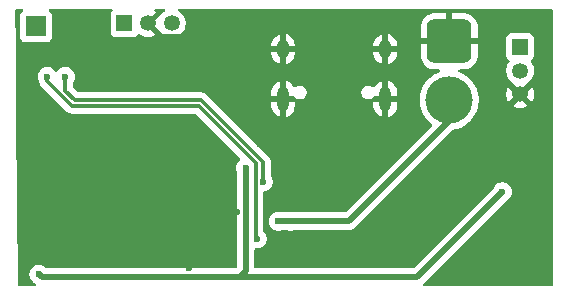
<source format=gbr>
%TF.GenerationSoftware,KiCad,Pcbnew,9.0.3*%
%TF.CreationDate,2025-07-29T11:21:32-06:00*%
%TF.ProjectId,Battle_Bot_Mind,42617474-6c65-45f4-926f-745f4d696e64,rev?*%
%TF.SameCoordinates,Original*%
%TF.FileFunction,Copper,L2,Bot*%
%TF.FilePolarity,Positive*%
%FSLAX46Y46*%
G04 Gerber Fmt 4.6, Leading zero omitted, Abs format (unit mm)*
G04 Created by KiCad (PCBNEW 9.0.3) date 2025-07-29 11:21:32*
%MOMM*%
%LPD*%
G01*
G04 APERTURE LIST*
G04 Aperture macros list*
%AMRoundRect*
0 Rectangle with rounded corners*
0 $1 Rounding radius*
0 $2 $3 $4 $5 $6 $7 $8 $9 X,Y pos of 4 corners*
0 Add a 4 corners polygon primitive as box body*
4,1,4,$2,$3,$4,$5,$6,$7,$8,$9,$2,$3,0*
0 Add four circle primitives for the rounded corners*
1,1,$1+$1,$2,$3*
1,1,$1+$1,$4,$5*
1,1,$1+$1,$6,$7*
1,1,$1+$1,$8,$9*
0 Add four rect primitives between the rounded corners*
20,1,$1+$1,$2,$3,$4,$5,0*
20,1,$1+$1,$4,$5,$6,$7,0*
20,1,$1+$1,$6,$7,$8,$9,0*
20,1,$1+$1,$8,$9,$2,$3,0*%
G04 Aperture macros list end*
%TA.AperFunction,ComponentPad*%
%ADD10RoundRect,0.760000X-1.140000X1.140000X-1.140000X-1.140000X1.140000X-1.140000X1.140000X1.140000X0*%
%TD*%
%TA.AperFunction,ComponentPad*%
%ADD11C,4.000000*%
%TD*%
%TA.AperFunction,HeatsinkPad*%
%ADD12C,0.600000*%
%TD*%
%TA.AperFunction,ComponentPad*%
%ADD13R,1.700000X1.700000*%
%TD*%
%TA.AperFunction,ComponentPad*%
%ADD14R,1.350000X1.350000*%
%TD*%
%TA.AperFunction,ComponentPad*%
%ADD15C,1.350000*%
%TD*%
%TA.AperFunction,HeatsinkPad*%
%ADD16O,1.000000X2.100000*%
%TD*%
%TA.AperFunction,HeatsinkPad*%
%ADD17O,1.000000X1.600000*%
%TD*%
%TA.AperFunction,ViaPad*%
%ADD18C,0.600000*%
%TD*%
%TA.AperFunction,Conductor*%
%ADD19C,0.500000*%
%TD*%
%TA.AperFunction,Conductor*%
%ADD20C,0.300000*%
%TD*%
G04 APERTURE END LIST*
D10*
%TO.P,J2,1,Pin_1*%
%TO.N,GND*%
X142750000Y-73750000D03*
D11*
%TO.P,J2,2,Pin_2*%
%TO.N,+BATT*%
X142750000Y-78750000D03*
%TD*%
D12*
%TO.P,U1,19,GND*%
%TO.N,GND*%
X112850000Y-84390000D03*
X113950000Y-84390000D03*
X112300000Y-83840000D03*
X113400000Y-83840000D03*
X114500000Y-83840000D03*
X112850000Y-83290000D03*
X113950000Y-83290000D03*
X112300000Y-82740000D03*
X113400000Y-82740000D03*
X114500000Y-82740000D03*
X112850000Y-82190000D03*
X113950000Y-82190000D03*
%TD*%
D13*
%TO.P,J4,1,Pin_1*%
%TO.N,/BOOT*%
X107750000Y-72500000D03*
%TD*%
D14*
%TO.P,DBG1,1,Pin_1*%
%TO.N,Net-(DBG1-Pin_1)*%
X115250000Y-72250000D03*
D15*
%TO.P,DBG1,2,Pin_2*%
%TO.N,GND*%
X117250000Y-72250000D03*
%TO.P,DBG1,3,Pin_3*%
%TO.N,Net-(DBG1-Pin_3)*%
X119250000Y-72250000D03*
%TD*%
D16*
%TO.P,J1,S1,SHIELD*%
%TO.N,GND*%
X137320000Y-78630000D03*
D17*
X137320000Y-74450000D03*
D16*
X128680000Y-78630000D03*
D17*
X128680000Y-74450000D03*
%TD*%
D14*
%TO.P,J3,1,Pin_1*%
%TO.N,/ESC_PWM*%
X148750000Y-74250000D03*
D15*
%TO.P,J3,2,Pin_2*%
%TO.N,+BATT*%
X148750000Y-76250000D03*
%TO.P,J3,3,Pin_3*%
%TO.N,GND*%
X148750000Y-78250000D03*
%TD*%
D18*
%TO.N,GND*%
X123500000Y-92000000D03*
X141000000Y-90250000D03*
X110500000Y-73500000D03*
X129750000Y-80750000D03*
X148750000Y-80250000D03*
X124750000Y-88250000D03*
X134750000Y-84500000D03*
X120750000Y-93000000D03*
X136250000Y-80750000D03*
X136000000Y-84500000D03*
X147250000Y-84250000D03*
X122250000Y-86250000D03*
X128250000Y-87500000D03*
X144750000Y-92000000D03*
X121250000Y-72750000D03*
X126750000Y-82500000D03*
X129250000Y-87500000D03*
%TO.N,+3V3*%
X147250000Y-86500000D03*
X125500000Y-84500000D03*
X108000000Y-93500000D03*
%TO.N,+BATT*%
X128250000Y-89000000D03*
X129250000Y-89000000D03*
%TO.N,/SENSE_A*%
X126500000Y-90500000D03*
X108700000Y-76750000D03*
%TO.N,/SENSE_B*%
X110250000Y-76750000D03*
X127000000Y-85650000D03*
%TD*%
D19*
%TO.N,GND*%
X120624000Y-73376000D02*
X121250000Y-72750000D01*
X117250000Y-72250000D02*
X118376000Y-73376000D01*
X118376000Y-73376000D02*
X120624000Y-73376000D01*
%TO.N,+3V3*%
X147250000Y-86500000D02*
X140000000Y-93750000D01*
X125000000Y-93750000D02*
X108250000Y-93750000D01*
X125501000Y-93249000D02*
X125000000Y-93750000D01*
X140000000Y-93750000D02*
X125000000Y-93750000D01*
X108250000Y-93750000D02*
X108000000Y-93500000D01*
X125500000Y-84500000D02*
X125500000Y-85500000D01*
X125500000Y-85500000D02*
X125501000Y-85501000D01*
X125501000Y-85501000D02*
X125501000Y-93249000D01*
%TO.N,+BATT*%
X140250000Y-83000000D02*
X134250000Y-89000000D01*
X140250000Y-83000000D02*
X142750000Y-80500000D01*
X142750000Y-80500000D02*
X142750000Y-78750000D01*
X140000000Y-83250000D02*
X140250000Y-83000000D01*
D20*
X142750000Y-80250000D02*
X142750000Y-78750000D01*
D19*
X134250000Y-89000000D02*
X128250000Y-89000000D01*
D20*
%TO.N,/SENSE_A*%
X126349000Y-90349000D02*
X126349000Y-84057520D01*
X108750000Y-76800000D02*
X108700000Y-76750000D01*
X126500000Y-90500000D02*
X126349000Y-90349000D01*
X126349000Y-84057520D02*
X121542480Y-79251000D01*
X121542480Y-79251000D02*
X110830346Y-79251000D01*
X108700000Y-77120654D02*
X108700000Y-76750000D01*
X110830346Y-79251000D02*
X108700000Y-77120654D01*
%TO.N,/SENSE_B*%
X127000000Y-84000000D02*
X127000000Y-85650000D01*
X110250000Y-77962134D02*
X111037866Y-78750000D01*
X121750000Y-78750000D02*
X127000000Y-84000000D01*
X111037866Y-78750000D02*
X121750000Y-78750000D01*
X110250000Y-76750000D02*
X110250000Y-77962134D01*
%TD*%
%TA.AperFunction,Conductor*%
%TO.N,GND*%
G36*
X106626936Y-71020185D02*
G01*
X106672691Y-71072989D01*
X106682635Y-71142147D01*
X106653610Y-71205703D01*
X106634208Y-71223766D01*
X106542455Y-71292452D01*
X106542452Y-71292455D01*
X106456206Y-71407664D01*
X106456202Y-71407671D01*
X106405908Y-71542517D01*
X106399501Y-71602116D01*
X106399501Y-71602123D01*
X106399500Y-71602135D01*
X106399500Y-73397870D01*
X106399501Y-73397876D01*
X106405908Y-73457483D01*
X106456202Y-73592328D01*
X106456206Y-73592335D01*
X106542452Y-73707544D01*
X106542455Y-73707547D01*
X106657664Y-73793793D01*
X106657671Y-73793797D01*
X106792517Y-73844091D01*
X106792516Y-73844091D01*
X106799444Y-73844835D01*
X106852127Y-73850500D01*
X108647872Y-73850499D01*
X108707483Y-73844091D01*
X108842331Y-73793796D01*
X108957546Y-73707546D01*
X109043796Y-73592331D01*
X109094091Y-73457483D01*
X109100500Y-73397873D01*
X109100499Y-71602128D01*
X109094091Y-71542517D01*
X109088351Y-71527128D01*
X109043797Y-71407671D01*
X109043793Y-71407664D01*
X108957547Y-71292455D01*
X108957544Y-71292452D01*
X108865792Y-71223766D01*
X108823921Y-71167832D01*
X108818937Y-71098141D01*
X108852423Y-71036818D01*
X108913746Y-71003334D01*
X108940103Y-71000500D01*
X114135046Y-71000500D01*
X114202085Y-71020185D01*
X114247840Y-71072989D01*
X114257784Y-71142147D01*
X114228759Y-71205703D01*
X114222727Y-71212181D01*
X114217452Y-71217455D01*
X114131206Y-71332664D01*
X114131202Y-71332671D01*
X114080908Y-71467517D01*
X114074501Y-71527116D01*
X114074500Y-71527135D01*
X114074500Y-72972870D01*
X114074501Y-72972876D01*
X114080908Y-73032483D01*
X114131202Y-73167328D01*
X114131206Y-73167335D01*
X114217452Y-73282544D01*
X114217455Y-73282547D01*
X114332664Y-73368793D01*
X114332671Y-73368797D01*
X114467517Y-73419091D01*
X114467516Y-73419091D01*
X114474444Y-73419835D01*
X114527127Y-73425500D01*
X115972872Y-73425499D01*
X116032483Y-73419091D01*
X116167331Y-73368796D01*
X116282546Y-73282546D01*
X116346541Y-73197059D01*
X116402473Y-73155190D01*
X116472165Y-73150206D01*
X116518691Y-73171054D01*
X116634161Y-73254947D01*
X116798956Y-73338915D01*
X116798959Y-73338916D01*
X116974852Y-73396066D01*
X117157527Y-73425000D01*
X117342473Y-73425000D01*
X117525147Y-73396066D01*
X117701040Y-73338916D01*
X117701043Y-73338915D01*
X117865836Y-73254947D01*
X117865845Y-73254942D01*
X117886430Y-73239984D01*
X117886430Y-73239983D01*
X117296447Y-72650000D01*
X117302661Y-72650000D01*
X117404394Y-72622741D01*
X117495606Y-72570080D01*
X117570080Y-72495606D01*
X117622741Y-72404394D01*
X117650000Y-72302661D01*
X117650000Y-72296447D01*
X118264238Y-72910686D01*
X118299162Y-72941165D01*
X118322202Y-72972876D01*
X118353379Y-73015787D01*
X118484213Y-73146621D01*
X118633904Y-73255378D01*
X118687224Y-73282546D01*
X118798764Y-73339379D01*
X118798767Y-73339380D01*
X118886750Y-73367967D01*
X118974736Y-73396555D01*
X119157486Y-73425500D01*
X119157487Y-73425500D01*
X119342513Y-73425500D01*
X119342514Y-73425500D01*
X119525264Y-73396555D01*
X119701235Y-73339379D01*
X119866096Y-73255378D01*
X120015787Y-73146621D01*
X120146621Y-73015787D01*
X120255378Y-72866096D01*
X120339379Y-72701235D01*
X120396555Y-72525264D01*
X120401253Y-72495606D01*
X120425500Y-72342513D01*
X120425500Y-72157486D01*
X120396555Y-71974736D01*
X120339379Y-71798765D01*
X120339379Y-71798764D01*
X120296577Y-71714763D01*
X120255378Y-71633904D01*
X120146621Y-71484213D01*
X120015787Y-71353379D01*
X119866096Y-71244622D01*
X119847181Y-71234984D01*
X119796386Y-71187011D01*
X119779591Y-71119190D01*
X119802128Y-71053055D01*
X119856843Y-71009603D01*
X119903477Y-71000500D01*
X151375500Y-71000500D01*
X151442539Y-71020185D01*
X151488294Y-71072989D01*
X151499500Y-71124500D01*
X151499500Y-94375500D01*
X151479815Y-94442539D01*
X151427011Y-94488294D01*
X151375500Y-94499500D01*
X140611230Y-94499500D01*
X140544191Y-94479815D01*
X140498436Y-94427011D01*
X140488492Y-94357853D01*
X140517517Y-94294297D01*
X140523549Y-94287819D01*
X141690554Y-93120814D01*
X147565295Y-87246070D01*
X147605519Y-87219193D01*
X147629179Y-87209394D01*
X147760289Y-87121789D01*
X147871789Y-87010289D01*
X147959394Y-86879179D01*
X148019737Y-86733497D01*
X148050500Y-86578842D01*
X148050500Y-86421158D01*
X148050500Y-86421155D01*
X148050499Y-86421153D01*
X148020788Y-86271789D01*
X148019737Y-86266503D01*
X147985855Y-86184704D01*
X147959397Y-86120827D01*
X147959390Y-86120814D01*
X147871789Y-85989711D01*
X147871786Y-85989707D01*
X147760292Y-85878213D01*
X147760288Y-85878210D01*
X147629185Y-85790609D01*
X147629172Y-85790602D01*
X147483501Y-85730264D01*
X147483489Y-85730261D01*
X147328845Y-85699500D01*
X147328842Y-85699500D01*
X147171158Y-85699500D01*
X147171155Y-85699500D01*
X147016510Y-85730261D01*
X147016498Y-85730264D01*
X146870827Y-85790602D01*
X146870814Y-85790609D01*
X146739711Y-85878210D01*
X146739707Y-85878213D01*
X146628213Y-85989707D01*
X146628207Y-85989715D01*
X146540607Y-86120818D01*
X146540605Y-86120822D01*
X146530805Y-86144480D01*
X146503927Y-86184704D01*
X139725451Y-92963181D01*
X139664128Y-92996666D01*
X139637770Y-92999500D01*
X126375500Y-92999500D01*
X126308461Y-92979815D01*
X126262706Y-92927011D01*
X126251500Y-92875500D01*
X126251500Y-91417847D01*
X126271185Y-91350808D01*
X126323989Y-91305053D01*
X126393147Y-91295109D01*
X126399675Y-91296226D01*
X126421158Y-91300500D01*
X126578844Y-91300500D01*
X126578845Y-91300499D01*
X126733497Y-91269737D01*
X126879179Y-91209394D01*
X127010289Y-91121789D01*
X127121789Y-91010289D01*
X127209394Y-90879179D01*
X127269737Y-90733497D01*
X127300500Y-90578842D01*
X127300500Y-90421158D01*
X127300500Y-90421155D01*
X127300499Y-90421153D01*
X127269738Y-90266510D01*
X127269737Y-90266503D01*
X127269735Y-90266498D01*
X127209397Y-90120827D01*
X127209390Y-90120814D01*
X127121789Y-89989711D01*
X127121786Y-89989707D01*
X127035819Y-89903740D01*
X127002334Y-89842417D01*
X126999500Y-89816059D01*
X126999500Y-88921153D01*
X127449500Y-88921153D01*
X127449500Y-89078846D01*
X127480261Y-89233489D01*
X127480264Y-89233501D01*
X127540602Y-89379172D01*
X127540609Y-89379185D01*
X127628210Y-89510288D01*
X127628213Y-89510292D01*
X127739707Y-89621786D01*
X127739711Y-89621789D01*
X127870814Y-89709390D01*
X127870827Y-89709397D01*
X127970060Y-89750500D01*
X128016503Y-89769737D01*
X128171153Y-89800499D01*
X128171156Y-89800500D01*
X128171158Y-89800500D01*
X128328844Y-89800500D01*
X128328845Y-89800499D01*
X128405152Y-89785320D01*
X128483488Y-89769739D01*
X128483489Y-89769738D01*
X128483497Y-89769737D01*
X128507155Y-89759937D01*
X128554604Y-89750500D01*
X128945396Y-89750500D01*
X128992844Y-89759937D01*
X129016503Y-89769737D01*
X129016508Y-89769738D01*
X129016511Y-89769739D01*
X129171153Y-89800499D01*
X129171156Y-89800500D01*
X129171158Y-89800500D01*
X129328844Y-89800500D01*
X129328845Y-89800499D01*
X129405152Y-89785320D01*
X129483488Y-89769739D01*
X129483489Y-89769738D01*
X129483497Y-89769737D01*
X129507155Y-89759937D01*
X129554604Y-89750500D01*
X134323920Y-89750500D01*
X134421462Y-89731096D01*
X134468913Y-89721658D01*
X134605495Y-89665084D01*
X134670291Y-89621789D01*
X134670294Y-89621786D01*
X134670296Y-89621786D01*
X134699547Y-89602240D01*
X134728416Y-89582952D01*
X140478413Y-83832953D01*
X140478416Y-83832952D01*
X140718206Y-83593159D01*
X140718210Y-83593157D01*
X140728414Y-83582952D01*
X140728416Y-83582952D01*
X143051830Y-81259536D01*
X143113151Y-81226053D01*
X143125609Y-81224001D01*
X143169509Y-81219055D01*
X143443318Y-81156560D01*
X143708408Y-81063801D01*
X143961445Y-80941945D01*
X144199248Y-80792523D01*
X144418825Y-80617416D01*
X144617416Y-80418825D01*
X144792523Y-80199248D01*
X144941945Y-79961445D01*
X145063801Y-79708408D01*
X145156560Y-79443318D01*
X145219055Y-79169509D01*
X145250500Y-78890425D01*
X145250500Y-78609575D01*
X145232900Y-78453366D01*
X145219057Y-78330505D01*
X145219054Y-78330487D01*
X145184763Y-78180246D01*
X145156559Y-78056678D01*
X145156556Y-78056670D01*
X145127926Y-77974852D01*
X145063801Y-77791592D01*
X144941945Y-77538555D01*
X144792523Y-77300752D01*
X144617416Y-77081175D01*
X144418825Y-76882584D01*
X144199248Y-76707477D01*
X143961445Y-76558055D01*
X143961442Y-76558053D01*
X143708411Y-76436200D01*
X143579355Y-76391041D01*
X143522579Y-76350319D01*
X143496832Y-76285367D01*
X143510288Y-76216805D01*
X143558676Y-76166402D01*
X143620310Y-76150000D01*
X143954706Y-76150000D01*
X143954719Y-76149999D01*
X144087906Y-76139517D01*
X144087912Y-76139516D01*
X144307829Y-76084101D01*
X144307832Y-76084100D01*
X144514330Y-75990304D01*
X144514336Y-75990301D01*
X144700758Y-75861148D01*
X144700770Y-75861138D01*
X144861138Y-75700770D01*
X144861148Y-75700758D01*
X144990301Y-75514336D01*
X144990304Y-75514330D01*
X145084100Y-75307832D01*
X145084101Y-75307829D01*
X145139516Y-75087912D01*
X145139517Y-75087906D01*
X145149999Y-74954719D01*
X145150000Y-74954706D01*
X145150000Y-74000000D01*
X144077231Y-74000000D01*
X144100000Y-73856247D01*
X144100000Y-73643753D01*
X144081529Y-73527135D01*
X147574500Y-73527135D01*
X147574500Y-74972870D01*
X147574501Y-74972876D01*
X147580908Y-75032483D01*
X147631202Y-75167328D01*
X147631206Y-75167335D01*
X147717452Y-75282544D01*
X147717453Y-75282544D01*
X147717454Y-75282546D01*
X147751228Y-75307829D01*
X147802539Y-75346241D01*
X147844409Y-75402175D01*
X147849393Y-75471867D01*
X147828545Y-75518392D01*
X147744624Y-75633900D01*
X147660620Y-75798764D01*
X147660619Y-75798767D01*
X147603445Y-75974734D01*
X147586123Y-76084100D01*
X147574500Y-76157486D01*
X147574500Y-76342514D01*
X147578984Y-76370827D01*
X147603445Y-76525265D01*
X147660619Y-76701232D01*
X147660620Y-76701235D01*
X147663801Y-76707477D01*
X147744622Y-76866096D01*
X147853379Y-77015787D01*
X147984213Y-77146621D01*
X147984216Y-77146623D01*
X148058831Y-77200834D01*
X148073806Y-77220254D01*
X148703554Y-77850000D01*
X148697339Y-77850000D01*
X148595606Y-77877259D01*
X148504394Y-77929920D01*
X148429920Y-78004394D01*
X148377259Y-78095606D01*
X148350000Y-78197339D01*
X148350000Y-78203553D01*
X147760015Y-77613568D01*
X147745049Y-77634167D01*
X147661084Y-77798956D01*
X147661083Y-77798959D01*
X147603933Y-77974852D01*
X147575000Y-78157526D01*
X147575000Y-78342473D01*
X147603933Y-78525147D01*
X147661083Y-78701040D01*
X147661084Y-78701043D01*
X147745050Y-78865834D01*
X147760015Y-78886430D01*
X147760016Y-78886431D01*
X148350000Y-78296447D01*
X148350000Y-78302661D01*
X148377259Y-78404394D01*
X148429920Y-78495606D01*
X148504394Y-78570080D01*
X148595606Y-78622741D01*
X148697339Y-78650000D01*
X148703553Y-78650000D01*
X148113568Y-79239983D01*
X148113568Y-79239984D01*
X148134165Y-79254949D01*
X148298956Y-79338915D01*
X148298959Y-79338916D01*
X148474852Y-79396066D01*
X148657527Y-79425000D01*
X148842473Y-79425000D01*
X149025147Y-79396066D01*
X149201040Y-79338916D01*
X149201043Y-79338915D01*
X149365836Y-79254947D01*
X149365845Y-79254942D01*
X149386430Y-79239984D01*
X149386431Y-79239983D01*
X148796448Y-78650000D01*
X148802661Y-78650000D01*
X148904394Y-78622741D01*
X148995606Y-78570080D01*
X149070080Y-78495606D01*
X149122741Y-78404394D01*
X149150000Y-78302661D01*
X149150000Y-78296447D01*
X149739983Y-78886430D01*
X149739984Y-78886430D01*
X149754942Y-78865845D01*
X149754947Y-78865836D01*
X149838915Y-78701043D01*
X149838916Y-78701040D01*
X149896066Y-78525147D01*
X149925000Y-78342473D01*
X149925000Y-78157526D01*
X149896066Y-77974852D01*
X149838916Y-77798959D01*
X149838915Y-77798956D01*
X149754949Y-77634165D01*
X149739983Y-77613568D01*
X149150000Y-78203551D01*
X149150000Y-78197339D01*
X149122741Y-78095606D01*
X149070080Y-78004394D01*
X148995606Y-77929920D01*
X148904394Y-77877259D01*
X148802661Y-77850000D01*
X148796447Y-77850000D01*
X149410675Y-77235771D01*
X149441165Y-77200836D01*
X149515787Y-77146621D01*
X149646621Y-77015787D01*
X149755378Y-76866096D01*
X149839379Y-76701235D01*
X149896555Y-76525264D01*
X149925500Y-76342514D01*
X149925500Y-76157486D01*
X149896555Y-75974736D01*
X149839379Y-75798765D01*
X149839379Y-75798764D01*
X149789442Y-75700758D01*
X149755378Y-75633904D01*
X149671453Y-75518392D01*
X149647974Y-75452586D01*
X149663799Y-75384532D01*
X149697459Y-75346241D01*
X149782546Y-75282546D01*
X149868796Y-75167331D01*
X149919091Y-75032483D01*
X149925500Y-74972873D01*
X149925499Y-73527128D01*
X149919091Y-73467517D01*
X149915348Y-73457482D01*
X149868797Y-73332671D01*
X149868793Y-73332664D01*
X149782547Y-73217455D01*
X149782544Y-73217452D01*
X149667335Y-73131206D01*
X149667328Y-73131202D01*
X149532482Y-73080908D01*
X149532483Y-73080908D01*
X149472883Y-73074501D01*
X149472881Y-73074500D01*
X149472873Y-73074500D01*
X149472864Y-73074500D01*
X148027129Y-73074500D01*
X148027123Y-73074501D01*
X147967516Y-73080908D01*
X147832671Y-73131202D01*
X147832664Y-73131206D01*
X147717455Y-73217452D01*
X147717452Y-73217455D01*
X147631206Y-73332664D01*
X147631202Y-73332671D01*
X147580908Y-73467517D01*
X147574501Y-73527116D01*
X147574501Y-73527123D01*
X147574500Y-73527135D01*
X144081529Y-73527135D01*
X144077231Y-73500000D01*
X145150000Y-73500000D01*
X145150000Y-72545293D01*
X145149999Y-72545280D01*
X145139517Y-72412093D01*
X145139516Y-72412087D01*
X145084101Y-72192170D01*
X145084100Y-72192167D01*
X144990304Y-71985669D01*
X144990301Y-71985663D01*
X144861148Y-71799241D01*
X144861138Y-71799229D01*
X144700770Y-71638861D01*
X144700758Y-71638851D01*
X144514336Y-71509698D01*
X144514330Y-71509695D01*
X144307832Y-71415899D01*
X144307829Y-71415898D01*
X144087912Y-71360483D01*
X144087906Y-71360482D01*
X143954719Y-71350000D01*
X143000000Y-71350000D01*
X143000000Y-72422768D01*
X142856247Y-72400000D01*
X142643753Y-72400000D01*
X142500000Y-72422768D01*
X142500000Y-71350000D01*
X141545280Y-71350000D01*
X141412093Y-71360482D01*
X141412087Y-71360483D01*
X141192170Y-71415898D01*
X141192167Y-71415899D01*
X140985669Y-71509695D01*
X140985663Y-71509698D01*
X140799241Y-71638851D01*
X140799229Y-71638861D01*
X140638861Y-71799229D01*
X140638851Y-71799241D01*
X140509698Y-71985663D01*
X140509695Y-71985669D01*
X140415899Y-72192167D01*
X140415898Y-72192170D01*
X140360483Y-72412087D01*
X140360482Y-72412093D01*
X140350000Y-72545280D01*
X140350000Y-73500000D01*
X141422769Y-73500000D01*
X141400000Y-73643753D01*
X141400000Y-73856247D01*
X141422769Y-74000000D01*
X140350000Y-74000000D01*
X140350000Y-74954719D01*
X140360482Y-75087906D01*
X140360483Y-75087912D01*
X140415898Y-75307829D01*
X140415899Y-75307832D01*
X140509695Y-75514330D01*
X140509698Y-75514336D01*
X140638851Y-75700758D01*
X140638861Y-75700770D01*
X140799229Y-75861138D01*
X140799241Y-75861148D01*
X140985663Y-75990301D01*
X140985669Y-75990304D01*
X141192167Y-76084100D01*
X141192170Y-76084101D01*
X141412087Y-76139516D01*
X141412093Y-76139517D01*
X141545280Y-76149999D01*
X141545294Y-76150000D01*
X141879690Y-76150000D01*
X141946729Y-76169685D01*
X141992484Y-76222489D01*
X142002428Y-76291647D01*
X141973403Y-76355203D01*
X141920645Y-76391041D01*
X141791588Y-76436200D01*
X141538557Y-76558053D01*
X141300753Y-76707476D01*
X141081175Y-76882583D01*
X140882583Y-77081175D01*
X140707477Y-77300752D01*
X140558053Y-77538557D01*
X140436200Y-77791588D01*
X140343443Y-78056670D01*
X140343439Y-78056682D01*
X140280945Y-78330487D01*
X140280942Y-78330505D01*
X140249500Y-78609568D01*
X140249500Y-78890431D01*
X140280942Y-79169494D01*
X140280945Y-79169512D01*
X140343439Y-79443317D01*
X140343443Y-79443329D01*
X140436200Y-79708411D01*
X140558053Y-79961442D01*
X140558055Y-79961445D01*
X140707477Y-80199248D01*
X140787824Y-80300000D01*
X140882583Y-80418824D01*
X141081175Y-80617416D01*
X141245318Y-80748316D01*
X141285458Y-80805504D01*
X141288308Y-80875316D01*
X141255686Y-80932944D01*
X139667048Y-82521584D01*
X133975451Y-88213181D01*
X133914128Y-88246666D01*
X133887770Y-88249500D01*
X129554604Y-88249500D01*
X129507155Y-88240062D01*
X129483497Y-88230263D01*
X129483493Y-88230262D01*
X129483488Y-88230260D01*
X129328845Y-88199500D01*
X129328842Y-88199500D01*
X129171158Y-88199500D01*
X129171155Y-88199500D01*
X129016511Y-88230260D01*
X129016506Y-88230262D01*
X129016504Y-88230262D01*
X129016503Y-88230263D01*
X128992844Y-88240062D01*
X128945396Y-88249500D01*
X128554604Y-88249500D01*
X128507155Y-88240062D01*
X128483497Y-88230263D01*
X128483493Y-88230262D01*
X128483488Y-88230260D01*
X128328845Y-88199500D01*
X128328842Y-88199500D01*
X128171158Y-88199500D01*
X128171155Y-88199500D01*
X128016510Y-88230261D01*
X128016498Y-88230264D01*
X127870827Y-88290602D01*
X127870814Y-88290609D01*
X127739711Y-88378210D01*
X127739707Y-88378213D01*
X127628213Y-88489707D01*
X127628210Y-88489711D01*
X127540609Y-88620814D01*
X127540602Y-88620827D01*
X127480264Y-88766498D01*
X127480261Y-88766510D01*
X127449500Y-88921153D01*
X126999500Y-88921153D01*
X126999500Y-86568046D01*
X127019185Y-86501007D01*
X127071989Y-86455252D01*
X127099309Y-86446429D01*
X127128848Y-86440552D01*
X127233497Y-86419737D01*
X127379179Y-86359394D01*
X127510289Y-86271789D01*
X127621789Y-86160289D01*
X127709394Y-86029179D01*
X127769737Y-85883497D01*
X127800500Y-85728842D01*
X127800500Y-85571158D01*
X127800500Y-85571155D01*
X127800499Y-85571153D01*
X127769738Y-85416510D01*
X127769737Y-85416503D01*
X127709394Y-85270821D01*
X127671396Y-85213953D01*
X127650520Y-85147276D01*
X127650500Y-85145064D01*
X127650500Y-83935928D01*
X127625502Y-83810261D01*
X127625501Y-83810260D01*
X127625501Y-83810256D01*
X127576465Y-83691873D01*
X127576464Y-83691872D01*
X127576461Y-83691866D01*
X127505277Y-83585332D01*
X127502897Y-83582952D01*
X127414669Y-83494724D01*
X126441529Y-82521584D01*
X122836266Y-78916319D01*
X122164673Y-78244726D01*
X122164669Y-78244723D01*
X122058127Y-78173535D01*
X121939744Y-78124499D01*
X121939738Y-78124497D01*
X121814071Y-78099500D01*
X121814069Y-78099500D01*
X111358674Y-78099500D01*
X111329233Y-78090855D01*
X111299247Y-78084332D01*
X111294231Y-78080577D01*
X111291635Y-78079815D01*
X111270993Y-78063181D01*
X111189316Y-77981504D01*
X127680000Y-77981504D01*
X127680000Y-78380000D01*
X128380000Y-78380000D01*
X128380000Y-78880000D01*
X127680000Y-78880000D01*
X127680000Y-79278495D01*
X127718427Y-79471681D01*
X127718430Y-79471693D01*
X127793807Y-79653671D01*
X127793814Y-79653684D01*
X127903248Y-79817462D01*
X127903251Y-79817466D01*
X128042533Y-79956748D01*
X128042537Y-79956751D01*
X128206315Y-80066185D01*
X128206328Y-80066192D01*
X128388308Y-80141569D01*
X128430000Y-80149862D01*
X128430000Y-79346988D01*
X128439940Y-79364205D01*
X128495795Y-79420060D01*
X128564204Y-79459556D01*
X128640504Y-79480000D01*
X128719496Y-79480000D01*
X128795796Y-79459556D01*
X128864205Y-79420060D01*
X128920060Y-79364205D01*
X128930000Y-79346988D01*
X128930000Y-80149862D01*
X128971690Y-80141569D01*
X128971692Y-80141569D01*
X129153671Y-80066192D01*
X129153684Y-80066185D01*
X129317462Y-79956751D01*
X129317466Y-79956748D01*
X129456748Y-79817466D01*
X129456751Y-79817462D01*
X129566185Y-79653684D01*
X129566192Y-79653671D01*
X129641569Y-79471693D01*
X129641572Y-79471681D01*
X129679999Y-79278495D01*
X129680000Y-79278492D01*
X129680000Y-78880000D01*
X128980000Y-78880000D01*
X128980000Y-78380000D01*
X129535536Y-78380000D01*
X129602575Y-78399685D01*
X129642923Y-78442000D01*
X129649482Y-78453361D01*
X129649484Y-78453364D01*
X129649485Y-78453365D01*
X129756635Y-78560515D01*
X129887865Y-78636281D01*
X130034234Y-78675500D01*
X130034236Y-78675500D01*
X130185764Y-78675500D01*
X130185766Y-78675500D01*
X130332135Y-78636281D01*
X130463365Y-78560515D01*
X130570515Y-78453365D01*
X130646281Y-78322135D01*
X130685500Y-78175766D01*
X130685500Y-78024234D01*
X135314500Y-78024234D01*
X135314500Y-78175766D01*
X135332977Y-78244723D01*
X135353719Y-78322136D01*
X135391602Y-78387750D01*
X135429485Y-78453365D01*
X135536635Y-78560515D01*
X135667865Y-78636281D01*
X135814234Y-78675500D01*
X135814236Y-78675500D01*
X135965764Y-78675500D01*
X135965766Y-78675500D01*
X136112135Y-78636281D01*
X136243365Y-78560515D01*
X136350515Y-78453365D01*
X136357077Y-78442000D01*
X136407644Y-78393784D01*
X136464464Y-78380000D01*
X137020000Y-78380000D01*
X137020000Y-78880000D01*
X136320000Y-78880000D01*
X136320000Y-79278495D01*
X136358427Y-79471681D01*
X136358430Y-79471693D01*
X136433807Y-79653671D01*
X136433814Y-79653684D01*
X136543248Y-79817462D01*
X136543251Y-79817466D01*
X136682533Y-79956748D01*
X136682537Y-79956751D01*
X136846315Y-80066185D01*
X136846328Y-80066192D01*
X137028308Y-80141569D01*
X137070000Y-80149862D01*
X137070000Y-79346988D01*
X137079940Y-79364205D01*
X137135795Y-79420060D01*
X137204204Y-79459556D01*
X137280504Y-79480000D01*
X137359496Y-79480000D01*
X137435796Y-79459556D01*
X137504205Y-79420060D01*
X137560060Y-79364205D01*
X137570000Y-79346988D01*
X137570000Y-80149862D01*
X137611690Y-80141569D01*
X137611692Y-80141569D01*
X137793671Y-80066192D01*
X137793684Y-80066185D01*
X137957462Y-79956751D01*
X137957466Y-79956748D01*
X138096748Y-79817466D01*
X138096751Y-79817462D01*
X138206185Y-79653684D01*
X138206192Y-79653671D01*
X138281569Y-79471693D01*
X138281572Y-79471681D01*
X138319999Y-79278495D01*
X138320000Y-79278492D01*
X138320000Y-78880000D01*
X137620000Y-78880000D01*
X137620000Y-78380000D01*
X138320000Y-78380000D01*
X138320000Y-77981508D01*
X138319999Y-77981504D01*
X138281572Y-77788318D01*
X138281569Y-77788306D01*
X138206192Y-77606328D01*
X138206185Y-77606315D01*
X138096751Y-77442537D01*
X138096748Y-77442533D01*
X137957466Y-77303251D01*
X137957462Y-77303248D01*
X137793684Y-77193814D01*
X137793671Y-77193807D01*
X137611691Y-77118429D01*
X137611683Y-77118427D01*
X137570000Y-77110135D01*
X137570000Y-77913011D01*
X137560060Y-77895795D01*
X137504205Y-77839940D01*
X137435796Y-77800444D01*
X137359496Y-77780000D01*
X137280504Y-77780000D01*
X137204204Y-77800444D01*
X137135795Y-77839940D01*
X137079940Y-77895795D01*
X137070000Y-77913011D01*
X137070000Y-77110136D01*
X137069999Y-77110135D01*
X137028316Y-77118427D01*
X137028308Y-77118429D01*
X136846328Y-77193807D01*
X136846315Y-77193814D01*
X136682537Y-77303248D01*
X136682533Y-77303251D01*
X136543248Y-77442536D01*
X136430427Y-77611387D01*
X136429003Y-77610435D01*
X136385742Y-77654451D01*
X136317600Y-77669892D01*
X136251927Y-77646041D01*
X136249907Y-77644306D01*
X136249811Y-77644432D01*
X136243367Y-77639487D01*
X136243365Y-77639485D01*
X136177750Y-77601602D01*
X136112136Y-77563719D01*
X136018228Y-77538557D01*
X135965766Y-77524500D01*
X135814234Y-77524500D01*
X135667863Y-77563719D01*
X135536635Y-77639485D01*
X135536632Y-77639487D01*
X135429487Y-77746632D01*
X135429485Y-77746635D01*
X135353719Y-77877863D01*
X135348740Y-77896446D01*
X135314500Y-78024234D01*
X130685500Y-78024234D01*
X130646281Y-77877865D01*
X130570515Y-77746635D01*
X130463365Y-77639485D01*
X130397750Y-77601602D01*
X130332136Y-77563719D01*
X130238228Y-77538557D01*
X130185766Y-77524500D01*
X130034234Y-77524500D01*
X129887863Y-77563719D01*
X129756635Y-77639485D01*
X129750189Y-77644432D01*
X129748099Y-77641709D01*
X129700217Y-77667466D01*
X129630558Y-77662043D01*
X129574888Y-77619821D01*
X129569299Y-77610976D01*
X129456751Y-77442537D01*
X129456748Y-77442533D01*
X129317466Y-77303251D01*
X129317462Y-77303248D01*
X129153684Y-77193814D01*
X129153671Y-77193807D01*
X128971691Y-77118429D01*
X128971683Y-77118427D01*
X128930000Y-77110135D01*
X128930000Y-77913011D01*
X128920060Y-77895795D01*
X128864205Y-77839940D01*
X128795796Y-77800444D01*
X128719496Y-77780000D01*
X128640504Y-77780000D01*
X128564204Y-77800444D01*
X128495795Y-77839940D01*
X128439940Y-77895795D01*
X128430000Y-77913011D01*
X128430000Y-77110136D01*
X128429999Y-77110135D01*
X128388316Y-77118427D01*
X128388308Y-77118429D01*
X128206328Y-77193807D01*
X128206315Y-77193814D01*
X128042537Y-77303248D01*
X128042533Y-77303251D01*
X127903251Y-77442533D01*
X127903248Y-77442537D01*
X127793814Y-77606315D01*
X127793807Y-77606328D01*
X127718430Y-77788306D01*
X127718427Y-77788318D01*
X127680000Y-77981504D01*
X111189316Y-77981504D01*
X110936819Y-77729007D01*
X110903334Y-77667684D01*
X110900500Y-77641326D01*
X110900500Y-77254935D01*
X110920185Y-77187896D01*
X110921366Y-77186090D01*
X110959394Y-77129179D01*
X111019737Y-76983497D01*
X111050500Y-76828842D01*
X111050500Y-76671158D01*
X111050500Y-76671155D01*
X111050499Y-76671153D01*
X111021480Y-76525265D01*
X111019737Y-76516503D01*
X110986475Y-76436200D01*
X110959397Y-76370827D01*
X110959390Y-76370814D01*
X110871789Y-76239711D01*
X110871786Y-76239707D01*
X110760292Y-76128213D01*
X110760288Y-76128210D01*
X110629185Y-76040609D01*
X110629172Y-76040602D01*
X110483501Y-75980264D01*
X110483489Y-75980261D01*
X110328845Y-75949500D01*
X110328842Y-75949500D01*
X110171158Y-75949500D01*
X110171155Y-75949500D01*
X110016510Y-75980261D01*
X110016498Y-75980264D01*
X109870827Y-76040602D01*
X109870814Y-76040609D01*
X109739711Y-76128210D01*
X109739707Y-76128213D01*
X109628213Y-76239707D01*
X109628210Y-76239711D01*
X109578102Y-76314703D01*
X109524489Y-76359508D01*
X109455164Y-76368215D01*
X109392137Y-76338060D01*
X109371898Y-76314703D01*
X109321789Y-76239711D01*
X109321786Y-76239707D01*
X109210292Y-76128213D01*
X109210288Y-76128210D01*
X109079185Y-76040609D01*
X109079172Y-76040602D01*
X108933501Y-75980264D01*
X108933489Y-75980261D01*
X108778845Y-75949500D01*
X108778842Y-75949500D01*
X108621158Y-75949500D01*
X108621155Y-75949500D01*
X108466510Y-75980261D01*
X108466498Y-75980264D01*
X108320827Y-76040602D01*
X108320814Y-76040609D01*
X108189711Y-76128210D01*
X108189707Y-76128213D01*
X108078213Y-76239707D01*
X108078210Y-76239711D01*
X107990609Y-76370814D01*
X107990602Y-76370827D01*
X107930264Y-76516498D01*
X107930261Y-76516510D01*
X107899500Y-76671153D01*
X107899500Y-76828846D01*
X107930261Y-76983489D01*
X107930264Y-76983501D01*
X107990604Y-77129177D01*
X107990606Y-77129181D01*
X108045028Y-77210629D01*
X108063543Y-77255325D01*
X108072579Y-77300749D01*
X108074498Y-77310396D01*
X108074499Y-77310399D01*
X108123533Y-77428779D01*
X108132726Y-77442537D01*
X108187491Y-77524500D01*
X108194726Y-77535327D01*
X108194727Y-77535328D01*
X110325070Y-79665669D01*
X110415677Y-79756276D01*
X110415678Y-79756277D01*
X110522212Y-79827461D01*
X110522218Y-79827464D01*
X110522219Y-79827465D01*
X110640602Y-79876501D01*
X110640606Y-79876501D01*
X110640607Y-79876502D01*
X110766274Y-79901500D01*
X110766277Y-79901500D01*
X121221672Y-79901500D01*
X121288711Y-79921185D01*
X121309353Y-79937819D01*
X125038749Y-83667215D01*
X125072234Y-83728538D01*
X125067250Y-83798230D01*
X125025378Y-83854163D01*
X125019962Y-83857996D01*
X124989712Y-83878209D01*
X124989707Y-83878213D01*
X124878213Y-83989707D01*
X124878210Y-83989711D01*
X124790609Y-84120814D01*
X124790602Y-84120827D01*
X124730264Y-84266498D01*
X124730261Y-84266510D01*
X124699500Y-84421153D01*
X124699500Y-84578846D01*
X124730261Y-84733489D01*
X124730263Y-84733497D01*
X124740061Y-84757151D01*
X124749500Y-84804604D01*
X124749500Y-85573920D01*
X124749903Y-85578013D01*
X124750500Y-85590165D01*
X124750500Y-92875500D01*
X124730815Y-92942539D01*
X124678011Y-92988294D01*
X124626500Y-92999500D01*
X108682940Y-92999500D01*
X108615901Y-92979815D01*
X108595263Y-92963185D01*
X108510289Y-92878211D01*
X108510288Y-92878210D01*
X108510287Y-92878209D01*
X108379185Y-92790609D01*
X108379172Y-92790602D01*
X108233501Y-92730264D01*
X108233489Y-92730261D01*
X108078845Y-92699500D01*
X108078842Y-92699500D01*
X107921158Y-92699500D01*
X107921155Y-92699500D01*
X107766510Y-92730261D01*
X107766498Y-92730264D01*
X107620827Y-92790602D01*
X107620814Y-92790609D01*
X107489711Y-92878210D01*
X107489707Y-92878213D01*
X107378213Y-92989707D01*
X107378210Y-92989711D01*
X107290609Y-93120814D01*
X107290602Y-93120827D01*
X107230264Y-93266498D01*
X107230261Y-93266510D01*
X107199500Y-93421153D01*
X107199500Y-93578846D01*
X107230261Y-93733489D01*
X107230264Y-93733501D01*
X107290602Y-93879172D01*
X107290609Y-93879185D01*
X107378210Y-94010288D01*
X107378213Y-94010292D01*
X107489707Y-94121786D01*
X107489711Y-94121789D01*
X107620814Y-94209390D01*
X107620823Y-94209395D01*
X107644475Y-94219192D01*
X107651406Y-94223823D01*
X107656448Y-94224920D01*
X107684702Y-94246071D01*
X107726450Y-94287818D01*
X107759936Y-94349140D01*
X107754952Y-94418832D01*
X107713082Y-94474766D01*
X107647618Y-94499184D01*
X107638770Y-94499500D01*
X106367635Y-94499500D01*
X106300596Y-94479815D01*
X106254841Y-94427011D01*
X106243641Y-94376765D01*
X106100006Y-80300587D01*
X106100000Y-80299322D01*
X106100000Y-75250000D01*
X106083734Y-75233734D01*
X106050249Y-75172411D01*
X106047421Y-75147318D01*
X106046249Y-75032482D01*
X106036239Y-74051504D01*
X127680000Y-74051504D01*
X127680000Y-74200000D01*
X128380000Y-74200000D01*
X128380000Y-74700000D01*
X127680000Y-74700000D01*
X127680000Y-74848495D01*
X127718427Y-75041681D01*
X127718430Y-75041693D01*
X127793807Y-75223671D01*
X127793814Y-75223684D01*
X127903248Y-75387462D01*
X127903251Y-75387466D01*
X128042533Y-75526748D01*
X128042537Y-75526751D01*
X128206315Y-75636185D01*
X128206328Y-75636192D01*
X128388308Y-75711569D01*
X128430000Y-75719862D01*
X128430000Y-74916988D01*
X128439940Y-74934205D01*
X128495795Y-74990060D01*
X128564204Y-75029556D01*
X128640504Y-75050000D01*
X128719496Y-75050000D01*
X128795796Y-75029556D01*
X128864205Y-74990060D01*
X128920060Y-74934205D01*
X128930000Y-74916988D01*
X128930000Y-75719862D01*
X128971690Y-75711569D01*
X128971692Y-75711569D01*
X129153671Y-75636192D01*
X129153684Y-75636185D01*
X129317462Y-75526751D01*
X129317466Y-75526748D01*
X129456748Y-75387466D01*
X129456751Y-75387462D01*
X129566185Y-75223684D01*
X129566192Y-75223671D01*
X129641569Y-75041693D01*
X129641572Y-75041681D01*
X129679999Y-74848495D01*
X129680000Y-74848492D01*
X129680000Y-74700000D01*
X128980000Y-74700000D01*
X128980000Y-74200000D01*
X129680000Y-74200000D01*
X129680000Y-74051508D01*
X129679999Y-74051504D01*
X136320000Y-74051504D01*
X136320000Y-74200000D01*
X137020000Y-74200000D01*
X137020000Y-74700000D01*
X136320000Y-74700000D01*
X136320000Y-74848495D01*
X136358427Y-75041681D01*
X136358430Y-75041693D01*
X136433807Y-75223671D01*
X136433814Y-75223684D01*
X136543248Y-75387462D01*
X136543251Y-75387466D01*
X136682533Y-75526748D01*
X136682537Y-75526751D01*
X136846315Y-75636185D01*
X136846328Y-75636192D01*
X137028308Y-75711569D01*
X137070000Y-75719862D01*
X137070000Y-74916988D01*
X137079940Y-74934205D01*
X137135795Y-74990060D01*
X137204204Y-75029556D01*
X137280504Y-75050000D01*
X137359496Y-75050000D01*
X137435796Y-75029556D01*
X137504205Y-74990060D01*
X137560060Y-74934205D01*
X137570000Y-74916988D01*
X137570000Y-75719862D01*
X137611690Y-75711569D01*
X137611692Y-75711569D01*
X137793671Y-75636192D01*
X137793684Y-75636185D01*
X137957462Y-75526751D01*
X137957466Y-75526748D01*
X138096748Y-75387466D01*
X138096751Y-75387462D01*
X138206185Y-75223684D01*
X138206192Y-75223671D01*
X138281569Y-75041693D01*
X138281572Y-75041681D01*
X138319999Y-74848495D01*
X138320000Y-74848492D01*
X138320000Y-74700000D01*
X137620000Y-74700000D01*
X137620000Y-74200000D01*
X138320000Y-74200000D01*
X138320000Y-74051508D01*
X138319999Y-74051504D01*
X138281572Y-73858318D01*
X138281569Y-73858306D01*
X138206192Y-73676328D01*
X138206185Y-73676315D01*
X138096751Y-73512537D01*
X138096748Y-73512533D01*
X137957466Y-73373251D01*
X137957462Y-73373248D01*
X137793684Y-73263814D01*
X137793671Y-73263807D01*
X137611691Y-73188429D01*
X137611683Y-73188427D01*
X137570000Y-73180135D01*
X137570000Y-73983011D01*
X137560060Y-73965795D01*
X137504205Y-73909940D01*
X137435796Y-73870444D01*
X137359496Y-73850000D01*
X137280504Y-73850000D01*
X137204204Y-73870444D01*
X137135795Y-73909940D01*
X137079940Y-73965795D01*
X137070000Y-73983011D01*
X137070000Y-73180136D01*
X137069999Y-73180135D01*
X137028316Y-73188427D01*
X137028308Y-73188429D01*
X136846328Y-73263807D01*
X136846315Y-73263814D01*
X136682537Y-73373248D01*
X136682533Y-73373251D01*
X136543251Y-73512533D01*
X136543248Y-73512537D01*
X136433814Y-73676315D01*
X136433807Y-73676328D01*
X136358430Y-73858306D01*
X136358427Y-73858318D01*
X136320000Y-74051504D01*
X129679999Y-74051504D01*
X129641572Y-73858318D01*
X129641569Y-73858306D01*
X129566192Y-73676328D01*
X129566185Y-73676315D01*
X129456751Y-73512537D01*
X129456748Y-73512533D01*
X129317466Y-73373251D01*
X129317462Y-73373248D01*
X129153684Y-73263814D01*
X129153671Y-73263807D01*
X128971691Y-73188429D01*
X128971683Y-73188427D01*
X128930000Y-73180135D01*
X128930000Y-73983011D01*
X128920060Y-73965795D01*
X128864205Y-73909940D01*
X128795796Y-73870444D01*
X128719496Y-73850000D01*
X128640504Y-73850000D01*
X128564204Y-73870444D01*
X128495795Y-73909940D01*
X128439940Y-73965795D01*
X128430000Y-73983011D01*
X128430000Y-73180136D01*
X128429999Y-73180135D01*
X128388316Y-73188427D01*
X128388308Y-73188429D01*
X128206328Y-73263807D01*
X128206315Y-73263814D01*
X128042537Y-73373248D01*
X128042533Y-73373251D01*
X127903251Y-73512533D01*
X127903248Y-73512537D01*
X127793814Y-73676315D01*
X127793807Y-73676328D01*
X127718430Y-73858306D01*
X127718427Y-73858318D01*
X127680000Y-74051504D01*
X106036239Y-74051504D01*
X106006385Y-71125764D01*
X106025385Y-71058528D01*
X106077719Y-71012237D01*
X106130379Y-71000500D01*
X106559897Y-71000500D01*
X106626936Y-71020185D01*
G37*
%TD.AperFunction*%
%TA.AperFunction,Conductor*%
G36*
X118663562Y-71020185D02*
G01*
X118709317Y-71072989D01*
X118719261Y-71142147D01*
X118690236Y-71205703D01*
X118652818Y-71234985D01*
X118633903Y-71244622D01*
X118548499Y-71306672D01*
X118484213Y-71353379D01*
X118484211Y-71353381D01*
X118484210Y-71353381D01*
X118353378Y-71484213D01*
X118299163Y-71558833D01*
X118279745Y-71573805D01*
X117650000Y-72203551D01*
X117650000Y-72197339D01*
X117622741Y-72095606D01*
X117570080Y-72004394D01*
X117495606Y-71929920D01*
X117404394Y-71877259D01*
X117302661Y-71850000D01*
X117296446Y-71850000D01*
X117886430Y-71260015D01*
X117865834Y-71245050D01*
X117846080Y-71234985D01*
X117795284Y-71187011D01*
X117778489Y-71119190D01*
X117801026Y-71053055D01*
X117855741Y-71009603D01*
X117902375Y-71000500D01*
X118596523Y-71000500D01*
X118663562Y-71020185D01*
G37*
%TD.AperFunction*%
%TD*%
M02*

</source>
